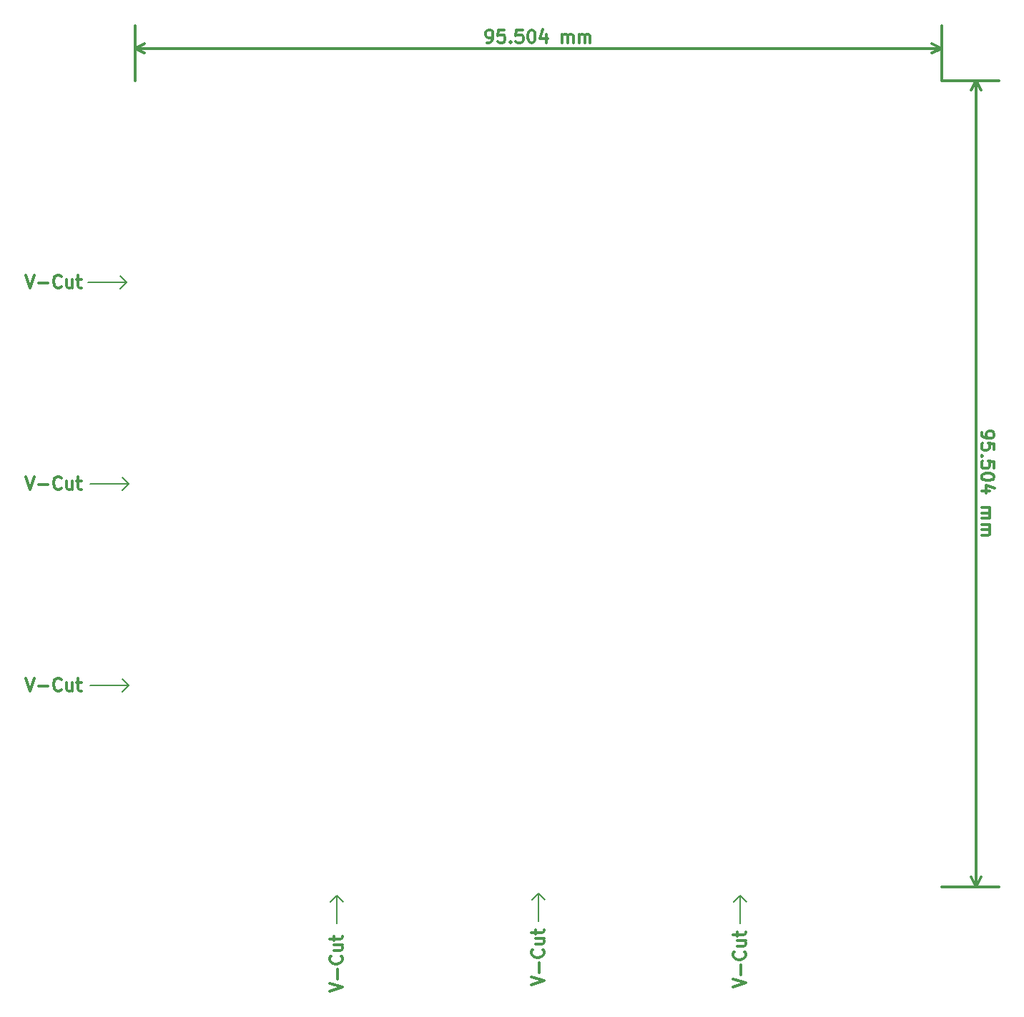
<source format=gbr>
G04 #@! TF.FileFunction,Drawing*
%FSLAX46Y46*%
G04 Gerber Fmt 4.6, Leading zero omitted, Abs format (unit mm)*
G04 Created by KiCad (PCBNEW 4.0.1-2.201512121406+6195~38~ubuntu15.10.1-stable) date Monday, December 14, 2015 PM10:34:12 HKT*
%MOMM*%
G01*
G04 APERTURE LIST*
%ADD10C,0.100000*%
%ADD11C,0.300000*%
%ADD12C,0.200000*%
G04 APERTURE END LIST*
D10*
D11*
X70806571Y-11921714D02*
X72306571Y-11421714D01*
X70806571Y-10921714D01*
X71735143Y-10421714D02*
X71735143Y-9278857D01*
X72163714Y-7707428D02*
X72235143Y-7778857D01*
X72306571Y-7993143D01*
X72306571Y-8136000D01*
X72235143Y-8350285D01*
X72092286Y-8493143D01*
X71949429Y-8564571D01*
X71663714Y-8636000D01*
X71449429Y-8636000D01*
X71163714Y-8564571D01*
X71020857Y-8493143D01*
X70878000Y-8350285D01*
X70806571Y-8136000D01*
X70806571Y-7993143D01*
X70878000Y-7778857D01*
X70949429Y-7707428D01*
X71306571Y-6421714D02*
X72306571Y-6421714D01*
X71306571Y-7064571D02*
X72092286Y-7064571D01*
X72235143Y-6993143D01*
X72306571Y-6850285D01*
X72306571Y-6636000D01*
X72235143Y-6493143D01*
X72163714Y-6421714D01*
X71306571Y-5921714D02*
X71306571Y-5350285D01*
X70806571Y-5707428D02*
X72092286Y-5707428D01*
X72235143Y-5636000D01*
X72306571Y-5493142D01*
X72306571Y-5350285D01*
X46930571Y-11667714D02*
X48430571Y-11167714D01*
X46930571Y-10667714D01*
X47859143Y-10167714D02*
X47859143Y-9024857D01*
X48287714Y-7453428D02*
X48359143Y-7524857D01*
X48430571Y-7739143D01*
X48430571Y-7882000D01*
X48359143Y-8096285D01*
X48216286Y-8239143D01*
X48073429Y-8310571D01*
X47787714Y-8382000D01*
X47573429Y-8382000D01*
X47287714Y-8310571D01*
X47144857Y-8239143D01*
X47002000Y-8096285D01*
X46930571Y-7882000D01*
X46930571Y-7739143D01*
X47002000Y-7524857D01*
X47073429Y-7453428D01*
X47430571Y-6167714D02*
X48430571Y-6167714D01*
X47430571Y-6810571D02*
X48216286Y-6810571D01*
X48359143Y-6739143D01*
X48430571Y-6596285D01*
X48430571Y-6382000D01*
X48359143Y-6239143D01*
X48287714Y-6167714D01*
X47430571Y-5667714D02*
X47430571Y-5096285D01*
X46930571Y-5453428D02*
X48216286Y-5453428D01*
X48359143Y-5382000D01*
X48430571Y-5239142D01*
X48430571Y-5096285D01*
X23054571Y-12429714D02*
X24554571Y-11929714D01*
X23054571Y-11429714D01*
X23983143Y-10929714D02*
X23983143Y-9786857D01*
X24411714Y-8215428D02*
X24483143Y-8286857D01*
X24554571Y-8501143D01*
X24554571Y-8644000D01*
X24483143Y-8858285D01*
X24340286Y-9001143D01*
X24197429Y-9072571D01*
X23911714Y-9144000D01*
X23697429Y-9144000D01*
X23411714Y-9072571D01*
X23268857Y-9001143D01*
X23126000Y-8858285D01*
X23054571Y-8644000D01*
X23054571Y-8501143D01*
X23126000Y-8286857D01*
X23197429Y-8215428D01*
X23554571Y-6929714D02*
X24554571Y-6929714D01*
X23554571Y-7572571D02*
X24340286Y-7572571D01*
X24483143Y-7501143D01*
X24554571Y-7358285D01*
X24554571Y-7144000D01*
X24483143Y-7001143D01*
X24411714Y-6929714D01*
X23554571Y-6429714D02*
X23554571Y-5858285D01*
X23054571Y-6215428D02*
X24340286Y-6215428D01*
X24483143Y-6144000D01*
X24554571Y-6001142D01*
X24554571Y-5858285D01*
D12*
X71628000Y-1016000D02*
X72390000Y-1778000D01*
X71628000Y-1016000D02*
X70866000Y-1778000D01*
X71628000Y-1016000D02*
X71628000Y-4318000D01*
X47752000Y-762000D02*
X47752000Y-4064000D01*
X47752000Y-762000D02*
X46990000Y-1524000D01*
X47752000Y-762000D02*
X48514000Y-1524000D01*
X23876000Y-1016000D02*
X24638000Y-1778000D01*
X23876000Y-1016000D02*
X23114000Y-1778000D01*
X23876000Y-1016000D02*
X23876000Y-4318000D01*
D11*
X-12937714Y24697429D02*
X-12437714Y23197429D01*
X-11937714Y24697429D01*
X-11437714Y23768857D02*
X-10294857Y23768857D01*
X-8723428Y23340286D02*
X-8794857Y23268857D01*
X-9009143Y23197429D01*
X-9152000Y23197429D01*
X-9366285Y23268857D01*
X-9509143Y23411714D01*
X-9580571Y23554571D01*
X-9652000Y23840286D01*
X-9652000Y24054571D01*
X-9580571Y24340286D01*
X-9509143Y24483143D01*
X-9366285Y24626000D01*
X-9152000Y24697429D01*
X-9009143Y24697429D01*
X-8794857Y24626000D01*
X-8723428Y24554571D01*
X-7437714Y24197429D02*
X-7437714Y23197429D01*
X-8080571Y24197429D02*
X-8080571Y23411714D01*
X-8009143Y23268857D01*
X-7866285Y23197429D01*
X-7652000Y23197429D01*
X-7509143Y23268857D01*
X-7437714Y23340286D01*
X-6937714Y24197429D02*
X-6366285Y24197429D01*
X-6723428Y24697429D02*
X-6723428Y23411714D01*
X-6652000Y23268857D01*
X-6509142Y23197429D01*
X-6366285Y23197429D01*
X-12937714Y72449429D02*
X-12437714Y70949429D01*
X-11937714Y72449429D01*
X-11437714Y71520857D02*
X-10294857Y71520857D01*
X-8723428Y71092286D02*
X-8794857Y71020857D01*
X-9009143Y70949429D01*
X-9152000Y70949429D01*
X-9366285Y71020857D01*
X-9509143Y71163714D01*
X-9580571Y71306571D01*
X-9652000Y71592286D01*
X-9652000Y71806571D01*
X-9580571Y72092286D01*
X-9509143Y72235143D01*
X-9366285Y72378000D01*
X-9152000Y72449429D01*
X-9009143Y72449429D01*
X-8794857Y72378000D01*
X-8723428Y72306571D01*
X-7437714Y71949429D02*
X-7437714Y70949429D01*
X-8080571Y71949429D02*
X-8080571Y71163714D01*
X-8009143Y71020857D01*
X-7866285Y70949429D01*
X-7652000Y70949429D01*
X-7509143Y71020857D01*
X-7437714Y71092286D01*
X-6937714Y71949429D02*
X-6366285Y71949429D01*
X-6723428Y72449429D02*
X-6723428Y71163714D01*
X-6652000Y71020857D01*
X-6509142Y70949429D01*
X-6366285Y70949429D01*
X-12937714Y48573429D02*
X-12437714Y47073429D01*
X-11937714Y48573429D01*
X-11437714Y47644857D02*
X-10294857Y47644857D01*
X-8723428Y47216286D02*
X-8794857Y47144857D01*
X-9009143Y47073429D01*
X-9152000Y47073429D01*
X-9366285Y47144857D01*
X-9509143Y47287714D01*
X-9580571Y47430571D01*
X-9652000Y47716286D01*
X-9652000Y47930571D01*
X-9580571Y48216286D01*
X-9509143Y48359143D01*
X-9366285Y48502000D01*
X-9152000Y48573429D01*
X-9009143Y48573429D01*
X-8794857Y48502000D01*
X-8723428Y48430571D01*
X-7437714Y48073429D02*
X-7437714Y47073429D01*
X-8080571Y48073429D02*
X-8080571Y47287714D01*
X-8009143Y47144857D01*
X-7866285Y47073429D01*
X-7652000Y47073429D01*
X-7509143Y47144857D01*
X-7437714Y47216286D01*
X-6937714Y48073429D02*
X-6366285Y48073429D01*
X-6723428Y48573429D02*
X-6723428Y47287714D01*
X-6652000Y47144857D01*
X-6509142Y47073429D01*
X-6366285Y47073429D01*
D12*
X-762000Y47752000D02*
X-5334000Y47752000D01*
X-762000Y47752000D02*
X-1524000Y48514000D01*
X-762000Y47752000D02*
X-1524000Y46990000D01*
X-762000Y23876000D02*
X-5334000Y23876000D01*
X-762000Y23876000D02*
X-1524000Y24638000D01*
X-762000Y23876000D02*
X-1524000Y23114000D01*
X-1016000Y71628000D02*
X-1778000Y70866000D01*
X-1016000Y71628000D02*
X-1778000Y72390000D01*
X-1016000Y71628000D02*
X-5588000Y71628000D01*
D11*
X100239429Y53823428D02*
X100239429Y53537713D01*
X100310857Y53394856D01*
X100382286Y53323428D01*
X100596571Y53180570D01*
X100882286Y53109142D01*
X101453714Y53109142D01*
X101596571Y53180570D01*
X101668000Y53251999D01*
X101739429Y53394856D01*
X101739429Y53680570D01*
X101668000Y53823428D01*
X101596571Y53894856D01*
X101453714Y53966285D01*
X101096571Y53966285D01*
X100953714Y53894856D01*
X100882286Y53823428D01*
X100810857Y53680570D01*
X100810857Y53394856D01*
X100882286Y53251999D01*
X100953714Y53180570D01*
X101096571Y53109142D01*
X101739429Y51751999D02*
X101739429Y52466285D01*
X101025143Y52537714D01*
X101096571Y52466285D01*
X101168000Y52323428D01*
X101168000Y51966285D01*
X101096571Y51823428D01*
X101025143Y51751999D01*
X100882286Y51680571D01*
X100525143Y51680571D01*
X100382286Y51751999D01*
X100310857Y51823428D01*
X100239429Y51966285D01*
X100239429Y52323428D01*
X100310857Y52466285D01*
X100382286Y52537714D01*
X100382286Y51037714D02*
X100310857Y50966286D01*
X100239429Y51037714D01*
X100310857Y51109143D01*
X100382286Y51037714D01*
X100239429Y51037714D01*
X101739429Y49609142D02*
X101739429Y50323428D01*
X101025143Y50394857D01*
X101096571Y50323428D01*
X101168000Y50180571D01*
X101168000Y49823428D01*
X101096571Y49680571D01*
X101025143Y49609142D01*
X100882286Y49537714D01*
X100525143Y49537714D01*
X100382286Y49609142D01*
X100310857Y49680571D01*
X100239429Y49823428D01*
X100239429Y50180571D01*
X100310857Y50323428D01*
X100382286Y50394857D01*
X101739429Y48609143D02*
X101739429Y48466286D01*
X101668000Y48323429D01*
X101596571Y48252000D01*
X101453714Y48180571D01*
X101168000Y48109143D01*
X100810857Y48109143D01*
X100525143Y48180571D01*
X100382286Y48252000D01*
X100310857Y48323429D01*
X100239429Y48466286D01*
X100239429Y48609143D01*
X100310857Y48752000D01*
X100382286Y48823429D01*
X100525143Y48894857D01*
X100810857Y48966286D01*
X101168000Y48966286D01*
X101453714Y48894857D01*
X101596571Y48823429D01*
X101668000Y48752000D01*
X101739429Y48609143D01*
X101239429Y46823429D02*
X100239429Y46823429D01*
X101810857Y47180572D02*
X100739429Y47537715D01*
X100739429Y46609143D01*
X100239429Y44894858D02*
X101239429Y44894858D01*
X101096571Y44894858D02*
X101168000Y44823430D01*
X101239429Y44680572D01*
X101239429Y44466287D01*
X101168000Y44323430D01*
X101025143Y44252001D01*
X100239429Y44252001D01*
X101025143Y44252001D02*
X101168000Y44180572D01*
X101239429Y44037715D01*
X101239429Y43823430D01*
X101168000Y43680572D01*
X101025143Y43609144D01*
X100239429Y43609144D01*
X100239429Y42894858D02*
X101239429Y42894858D01*
X101096571Y42894858D02*
X101168000Y42823430D01*
X101239429Y42680572D01*
X101239429Y42466287D01*
X101168000Y42323430D01*
X101025143Y42252001D01*
X100239429Y42252001D01*
X101025143Y42252001D02*
X101168000Y42180572D01*
X101239429Y42037715D01*
X101239429Y41823430D01*
X101168000Y41680572D01*
X101025143Y41609144D01*
X100239429Y41609144D01*
X99568000Y95504000D02*
X99568000Y0D01*
X95504000Y95504000D02*
X102268000Y95504000D01*
X95504000Y0D02*
X102268000Y0D01*
X99568000Y0D02*
X98981579Y1126504D01*
X99568000Y0D02*
X100154421Y1126504D01*
X99568000Y95504000D02*
X98981579Y94377496D01*
X99568000Y95504000D02*
X100154421Y94377496D01*
X41680572Y99985429D02*
X41966287Y99985429D01*
X42109144Y100056857D01*
X42180572Y100128286D01*
X42323430Y100342571D01*
X42394858Y100628286D01*
X42394858Y101199714D01*
X42323430Y101342571D01*
X42252001Y101414000D01*
X42109144Y101485429D01*
X41823430Y101485429D01*
X41680572Y101414000D01*
X41609144Y101342571D01*
X41537715Y101199714D01*
X41537715Y100842571D01*
X41609144Y100699714D01*
X41680572Y100628286D01*
X41823430Y100556857D01*
X42109144Y100556857D01*
X42252001Y100628286D01*
X42323430Y100699714D01*
X42394858Y100842571D01*
X43752001Y101485429D02*
X43037715Y101485429D01*
X42966286Y100771143D01*
X43037715Y100842571D01*
X43180572Y100914000D01*
X43537715Y100914000D01*
X43680572Y100842571D01*
X43752001Y100771143D01*
X43823429Y100628286D01*
X43823429Y100271143D01*
X43752001Y100128286D01*
X43680572Y100056857D01*
X43537715Y99985429D01*
X43180572Y99985429D01*
X43037715Y100056857D01*
X42966286Y100128286D01*
X44466286Y100128286D02*
X44537714Y100056857D01*
X44466286Y99985429D01*
X44394857Y100056857D01*
X44466286Y100128286D01*
X44466286Y99985429D01*
X45894858Y101485429D02*
X45180572Y101485429D01*
X45109143Y100771143D01*
X45180572Y100842571D01*
X45323429Y100914000D01*
X45680572Y100914000D01*
X45823429Y100842571D01*
X45894858Y100771143D01*
X45966286Y100628286D01*
X45966286Y100271143D01*
X45894858Y100128286D01*
X45823429Y100056857D01*
X45680572Y99985429D01*
X45323429Y99985429D01*
X45180572Y100056857D01*
X45109143Y100128286D01*
X46894857Y101485429D02*
X47037714Y101485429D01*
X47180571Y101414000D01*
X47252000Y101342571D01*
X47323429Y101199714D01*
X47394857Y100914000D01*
X47394857Y100556857D01*
X47323429Y100271143D01*
X47252000Y100128286D01*
X47180571Y100056857D01*
X47037714Y99985429D01*
X46894857Y99985429D01*
X46752000Y100056857D01*
X46680571Y100128286D01*
X46609143Y100271143D01*
X46537714Y100556857D01*
X46537714Y100914000D01*
X46609143Y101199714D01*
X46680571Y101342571D01*
X46752000Y101414000D01*
X46894857Y101485429D01*
X48680571Y100985429D02*
X48680571Y99985429D01*
X48323428Y101556857D02*
X47966285Y100485429D01*
X48894857Y100485429D01*
X50609142Y99985429D02*
X50609142Y100985429D01*
X50609142Y100842571D02*
X50680570Y100914000D01*
X50823428Y100985429D01*
X51037713Y100985429D01*
X51180570Y100914000D01*
X51251999Y100771143D01*
X51251999Y99985429D01*
X51251999Y100771143D02*
X51323428Y100914000D01*
X51466285Y100985429D01*
X51680570Y100985429D01*
X51823428Y100914000D01*
X51894856Y100771143D01*
X51894856Y99985429D01*
X52609142Y99985429D02*
X52609142Y100985429D01*
X52609142Y100842571D02*
X52680570Y100914000D01*
X52823428Y100985429D01*
X53037713Y100985429D01*
X53180570Y100914000D01*
X53251999Y100771143D01*
X53251999Y99985429D01*
X53251999Y100771143D02*
X53323428Y100914000D01*
X53466285Y100985429D01*
X53680570Y100985429D01*
X53823428Y100914000D01*
X53894856Y100771143D01*
X53894856Y99985429D01*
X0Y99314000D02*
X95504000Y99314000D01*
X0Y95504000D02*
X0Y102014000D01*
X95504000Y95504000D02*
X95504000Y102014000D01*
X95504000Y99314000D02*
X94377496Y98727579D01*
X95504000Y99314000D02*
X94377496Y99900421D01*
X0Y99314000D02*
X1126504Y98727579D01*
X0Y99314000D02*
X1126504Y99900421D01*
M02*

</source>
